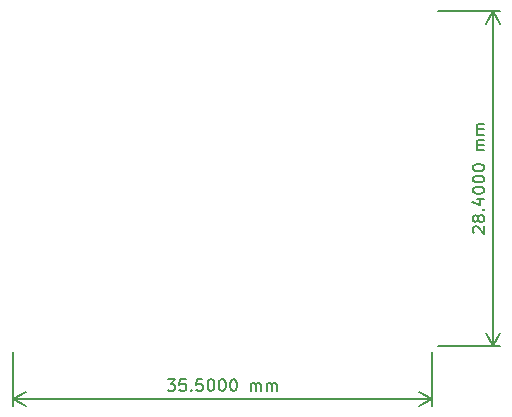
<source format=gbo>
%TF.GenerationSoftware,KiCad,Pcbnew,(6.0.7)*%
%TF.CreationDate,2022-10-02T22:30:45-04:00*%
%TF.ProjectId,LiPo_Charger_1,4c69506f-5f43-4686-9172-6765725f312e,rev?*%
%TF.SameCoordinates,Original*%
%TF.FileFunction,Legend,Bot*%
%TF.FilePolarity,Positive*%
%FSLAX46Y46*%
G04 Gerber Fmt 4.6, Leading zero omitted, Abs format (unit mm)*
G04 Created by KiCad (PCBNEW (6.0.7)) date 2022-10-02 22:30:45*
%MOMM*%
%LPD*%
G01*
G04 APERTURE LIST*
%ADD10C,0.150000*%
%ADD11O,1.500000X1.100000*%
%ADD12O,1.700000X1.350000*%
%ADD13R,2.775000X2.775000*%
%ADD14C,2.775000*%
%ADD15O,1.350000X1.700000*%
%ADD16O,1.100000X1.500000*%
%ADD17R,0.850000X0.850000*%
%ADD18O,0.850000X0.850000*%
G04 APERTURE END LIST*
D10*
X156383333Y-86102380D02*
X157002380Y-86102380D01*
X156669047Y-86483333D01*
X156811904Y-86483333D01*
X156907142Y-86530952D01*
X156954761Y-86578571D01*
X157002380Y-86673809D01*
X157002380Y-86911904D01*
X156954761Y-87007142D01*
X156907142Y-87054761D01*
X156811904Y-87102380D01*
X156526190Y-87102380D01*
X156430952Y-87054761D01*
X156383333Y-87007142D01*
X157907142Y-86102380D02*
X157430952Y-86102380D01*
X157383333Y-86578571D01*
X157430952Y-86530952D01*
X157526190Y-86483333D01*
X157764285Y-86483333D01*
X157859523Y-86530952D01*
X157907142Y-86578571D01*
X157954761Y-86673809D01*
X157954761Y-86911904D01*
X157907142Y-87007142D01*
X157859523Y-87054761D01*
X157764285Y-87102380D01*
X157526190Y-87102380D01*
X157430952Y-87054761D01*
X157383333Y-87007142D01*
X158383333Y-87007142D02*
X158430952Y-87054761D01*
X158383333Y-87102380D01*
X158335714Y-87054761D01*
X158383333Y-87007142D01*
X158383333Y-87102380D01*
X159335714Y-86102380D02*
X158859523Y-86102380D01*
X158811904Y-86578571D01*
X158859523Y-86530952D01*
X158954761Y-86483333D01*
X159192857Y-86483333D01*
X159288095Y-86530952D01*
X159335714Y-86578571D01*
X159383333Y-86673809D01*
X159383333Y-86911904D01*
X159335714Y-87007142D01*
X159288095Y-87054761D01*
X159192857Y-87102380D01*
X158954761Y-87102380D01*
X158859523Y-87054761D01*
X158811904Y-87007142D01*
X160002380Y-86102380D02*
X160097619Y-86102380D01*
X160192857Y-86150000D01*
X160240476Y-86197619D01*
X160288095Y-86292857D01*
X160335714Y-86483333D01*
X160335714Y-86721428D01*
X160288095Y-86911904D01*
X160240476Y-87007142D01*
X160192857Y-87054761D01*
X160097619Y-87102380D01*
X160002380Y-87102380D01*
X159907142Y-87054761D01*
X159859523Y-87007142D01*
X159811904Y-86911904D01*
X159764285Y-86721428D01*
X159764285Y-86483333D01*
X159811904Y-86292857D01*
X159859523Y-86197619D01*
X159907142Y-86150000D01*
X160002380Y-86102380D01*
X160954761Y-86102380D02*
X161050000Y-86102380D01*
X161145238Y-86150000D01*
X161192857Y-86197619D01*
X161240476Y-86292857D01*
X161288095Y-86483333D01*
X161288095Y-86721428D01*
X161240476Y-86911904D01*
X161192857Y-87007142D01*
X161145238Y-87054761D01*
X161050000Y-87102380D01*
X160954761Y-87102380D01*
X160859523Y-87054761D01*
X160811904Y-87007142D01*
X160764285Y-86911904D01*
X160716666Y-86721428D01*
X160716666Y-86483333D01*
X160764285Y-86292857D01*
X160811904Y-86197619D01*
X160859523Y-86150000D01*
X160954761Y-86102380D01*
X161907142Y-86102380D02*
X162002380Y-86102380D01*
X162097619Y-86150000D01*
X162145238Y-86197619D01*
X162192857Y-86292857D01*
X162240476Y-86483333D01*
X162240476Y-86721428D01*
X162192857Y-86911904D01*
X162145238Y-87007142D01*
X162097619Y-87054761D01*
X162002380Y-87102380D01*
X161907142Y-87102380D01*
X161811904Y-87054761D01*
X161764285Y-87007142D01*
X161716666Y-86911904D01*
X161669047Y-86721428D01*
X161669047Y-86483333D01*
X161716666Y-86292857D01*
X161764285Y-86197619D01*
X161811904Y-86150000D01*
X161907142Y-86102380D01*
X163430952Y-87102380D02*
X163430952Y-86435714D01*
X163430952Y-86530952D02*
X163478571Y-86483333D01*
X163573809Y-86435714D01*
X163716666Y-86435714D01*
X163811904Y-86483333D01*
X163859523Y-86578571D01*
X163859523Y-87102380D01*
X163859523Y-86578571D02*
X163907142Y-86483333D01*
X164002380Y-86435714D01*
X164145238Y-86435714D01*
X164240476Y-86483333D01*
X164288095Y-86578571D01*
X164288095Y-87102380D01*
X164764285Y-87102380D02*
X164764285Y-86435714D01*
X164764285Y-86530952D02*
X164811904Y-86483333D01*
X164907142Y-86435714D01*
X165050000Y-86435714D01*
X165145238Y-86483333D01*
X165192857Y-86578571D01*
X165192857Y-87102380D01*
X165192857Y-86578571D02*
X165240476Y-86483333D01*
X165335714Y-86435714D01*
X165478571Y-86435714D01*
X165573809Y-86483333D01*
X165621428Y-86578571D01*
X165621428Y-87102380D01*
X143300000Y-83800000D02*
X143300000Y-88386420D01*
X178800000Y-83800000D02*
X178800000Y-88386420D01*
X143300000Y-87800000D02*
X178800000Y-87800000D01*
X143300000Y-87800000D02*
X178800000Y-87800000D01*
X143300000Y-87800000D02*
X144426504Y-88386421D01*
X143300000Y-87800000D02*
X144426504Y-87213579D01*
X178800000Y-87800000D02*
X177673496Y-87213579D01*
X178800000Y-87800000D02*
X177673496Y-88386421D01*
X182297619Y-73719047D02*
X182250000Y-73671428D01*
X182202380Y-73576190D01*
X182202380Y-73338095D01*
X182250000Y-73242857D01*
X182297619Y-73195238D01*
X182392857Y-73147619D01*
X182488095Y-73147619D01*
X182630952Y-73195238D01*
X183202380Y-73766666D01*
X183202380Y-73147619D01*
X182630952Y-72576190D02*
X182583333Y-72671428D01*
X182535714Y-72719047D01*
X182440476Y-72766666D01*
X182392857Y-72766666D01*
X182297619Y-72719047D01*
X182250000Y-72671428D01*
X182202380Y-72576190D01*
X182202380Y-72385714D01*
X182250000Y-72290476D01*
X182297619Y-72242857D01*
X182392857Y-72195238D01*
X182440476Y-72195238D01*
X182535714Y-72242857D01*
X182583333Y-72290476D01*
X182630952Y-72385714D01*
X182630952Y-72576190D01*
X182678571Y-72671428D01*
X182726190Y-72719047D01*
X182821428Y-72766666D01*
X183011904Y-72766666D01*
X183107142Y-72719047D01*
X183154761Y-72671428D01*
X183202380Y-72576190D01*
X183202380Y-72385714D01*
X183154761Y-72290476D01*
X183107142Y-72242857D01*
X183011904Y-72195238D01*
X182821428Y-72195238D01*
X182726190Y-72242857D01*
X182678571Y-72290476D01*
X182630952Y-72385714D01*
X183107142Y-71766666D02*
X183154761Y-71719047D01*
X183202380Y-71766666D01*
X183154761Y-71814285D01*
X183107142Y-71766666D01*
X183202380Y-71766666D01*
X182535714Y-70861904D02*
X183202380Y-70861904D01*
X182154761Y-71100000D02*
X182869047Y-71338095D01*
X182869047Y-70719047D01*
X182202380Y-70147619D02*
X182202380Y-70052380D01*
X182250000Y-69957142D01*
X182297619Y-69909523D01*
X182392857Y-69861904D01*
X182583333Y-69814285D01*
X182821428Y-69814285D01*
X183011904Y-69861904D01*
X183107142Y-69909523D01*
X183154761Y-69957142D01*
X183202380Y-70052380D01*
X183202380Y-70147619D01*
X183154761Y-70242857D01*
X183107142Y-70290476D01*
X183011904Y-70338095D01*
X182821428Y-70385714D01*
X182583333Y-70385714D01*
X182392857Y-70338095D01*
X182297619Y-70290476D01*
X182250000Y-70242857D01*
X182202380Y-70147619D01*
X182202380Y-69195238D02*
X182202380Y-69100000D01*
X182250000Y-69004761D01*
X182297619Y-68957142D01*
X182392857Y-68909523D01*
X182583333Y-68861904D01*
X182821428Y-68861904D01*
X183011904Y-68909523D01*
X183107142Y-68957142D01*
X183154761Y-69004761D01*
X183202380Y-69100000D01*
X183202380Y-69195238D01*
X183154761Y-69290476D01*
X183107142Y-69338095D01*
X183011904Y-69385714D01*
X182821428Y-69433333D01*
X182583333Y-69433333D01*
X182392857Y-69385714D01*
X182297619Y-69338095D01*
X182250000Y-69290476D01*
X182202380Y-69195238D01*
X182202380Y-68242857D02*
X182202380Y-68147619D01*
X182250000Y-68052380D01*
X182297619Y-68004761D01*
X182392857Y-67957142D01*
X182583333Y-67909523D01*
X182821428Y-67909523D01*
X183011904Y-67957142D01*
X183107142Y-68004761D01*
X183154761Y-68052380D01*
X183202380Y-68147619D01*
X183202380Y-68242857D01*
X183154761Y-68338095D01*
X183107142Y-68385714D01*
X183011904Y-68433333D01*
X182821428Y-68480952D01*
X182583333Y-68480952D01*
X182392857Y-68433333D01*
X182297619Y-68385714D01*
X182250000Y-68338095D01*
X182202380Y-68242857D01*
X183202380Y-66719047D02*
X182535714Y-66719047D01*
X182630952Y-66719047D02*
X182583333Y-66671428D01*
X182535714Y-66576190D01*
X182535714Y-66433333D01*
X182583333Y-66338095D01*
X182678571Y-66290476D01*
X183202380Y-66290476D01*
X182678571Y-66290476D02*
X182583333Y-66242857D01*
X182535714Y-66147619D01*
X182535714Y-66004761D01*
X182583333Y-65909523D01*
X182678571Y-65861904D01*
X183202380Y-65861904D01*
X183202380Y-65385714D02*
X182535714Y-65385714D01*
X182630952Y-65385714D02*
X182583333Y-65338095D01*
X182535714Y-65242857D01*
X182535714Y-65100000D01*
X182583333Y-65004761D01*
X182678571Y-64957142D01*
X183202380Y-64957142D01*
X182678571Y-64957142D02*
X182583333Y-64909523D01*
X182535714Y-64814285D01*
X182535714Y-64671428D01*
X182583333Y-64576190D01*
X182678571Y-64528571D01*
X183202380Y-64528571D01*
X179300000Y-83300000D02*
X184486420Y-83300000D01*
X179300000Y-54900000D02*
X184486420Y-54900000D01*
X183900000Y-83300000D02*
X183900000Y-54900000D01*
X183900000Y-83300000D02*
X183900000Y-54900000D01*
X183900000Y-83300000D02*
X184486421Y-82173496D01*
X183900000Y-83300000D02*
X183313579Y-82173496D01*
X183900000Y-54900000D02*
X183313579Y-56026504D01*
X183900000Y-54900000D02*
X184486421Y-56026504D01*
%LPC*%
D11*
%TO.C,J1*%
X149470000Y-79460000D03*
D12*
X146470000Y-74310000D03*
D11*
X149470000Y-74620000D03*
D12*
X146470000Y-79770000D03*
%TD*%
D13*
%TO.C,SW1*%
X155122500Y-68500000D03*
D14*
X155122500Y-63800000D03*
X155122500Y-59100000D03*
X145592500Y-70405000D03*
X145592500Y-57195000D03*
%TD*%
D15*
%TO.C,J3*%
X173505000Y-80215000D03*
D16*
X173195000Y-77215000D03*
D15*
X168045000Y-80215000D03*
D16*
X168355000Y-77215000D03*
%TD*%
D17*
%TO.C,J2*%
X173800000Y-56600000D03*
D18*
X172800000Y-56600000D03*
%TD*%
M02*

</source>
